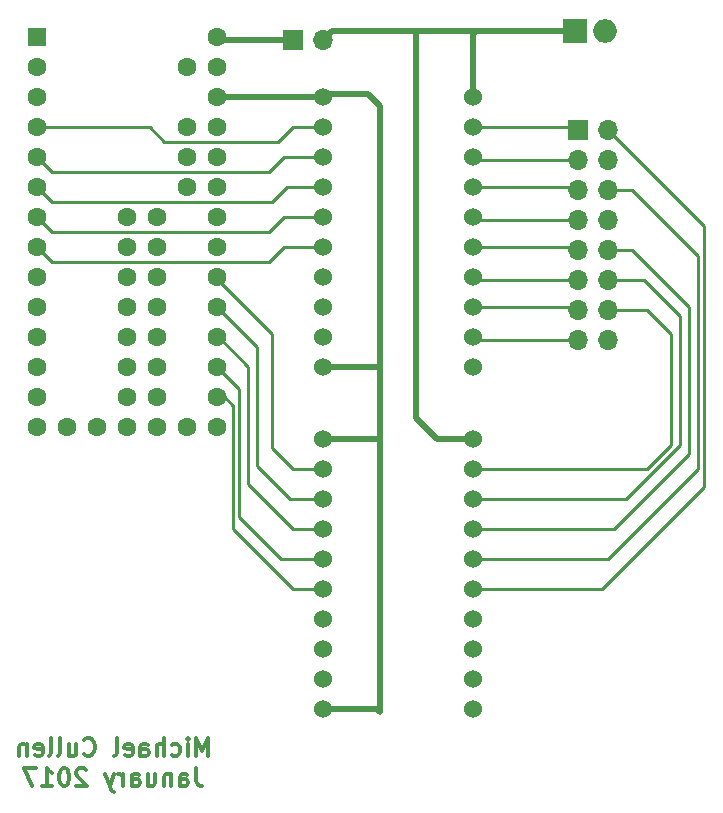
<source format=gbl>
G04 #@! TF.FileFunction,Copper,L2,Bot,Signal*
%FSLAX46Y46*%
G04 Gerber Fmt 4.6, Leading zero omitted, Abs format (unit mm)*
G04 Created by KiCad (PCBNEW 4.0.5) date Saturday, 14 January 2017 'PMt' 15:43:45*
%MOMM*%
%LPD*%
G01*
G04 APERTURE LIST*
%ADD10C,0.100000*%
%ADD11C,0.300000*%
%ADD12O,1.998980X1.998980*%
%ADD13R,1.998980X1.998980*%
%ADD14R,1.700000X1.700000*%
%ADD15O,1.700000X1.700000*%
%ADD16C,1.600000*%
%ADD17R,1.600000X1.600000*%
%ADD18C,1.524000*%
%ADD19C,0.500000*%
%ADD20C,0.250000*%
G04 APERTURE END LIST*
D10*
D11*
X124839999Y-139357571D02*
X124839999Y-137857571D01*
X124339999Y-138929000D01*
X123839999Y-137857571D01*
X123839999Y-139357571D01*
X123125713Y-139357571D02*
X123125713Y-138357571D01*
X123125713Y-137857571D02*
X123197142Y-137929000D01*
X123125713Y-138000429D01*
X123054285Y-137929000D01*
X123125713Y-137857571D01*
X123125713Y-138000429D01*
X121768570Y-139286143D02*
X121911427Y-139357571D01*
X122197141Y-139357571D01*
X122339999Y-139286143D01*
X122411427Y-139214714D01*
X122482856Y-139071857D01*
X122482856Y-138643286D01*
X122411427Y-138500429D01*
X122339999Y-138429000D01*
X122197141Y-138357571D01*
X121911427Y-138357571D01*
X121768570Y-138429000D01*
X121125713Y-139357571D02*
X121125713Y-137857571D01*
X120482856Y-139357571D02*
X120482856Y-138571857D01*
X120554285Y-138429000D01*
X120697142Y-138357571D01*
X120911427Y-138357571D01*
X121054285Y-138429000D01*
X121125713Y-138500429D01*
X119125713Y-139357571D02*
X119125713Y-138571857D01*
X119197142Y-138429000D01*
X119339999Y-138357571D01*
X119625713Y-138357571D01*
X119768570Y-138429000D01*
X119125713Y-139286143D02*
X119268570Y-139357571D01*
X119625713Y-139357571D01*
X119768570Y-139286143D01*
X119839999Y-139143286D01*
X119839999Y-139000429D01*
X119768570Y-138857571D01*
X119625713Y-138786143D01*
X119268570Y-138786143D01*
X119125713Y-138714714D01*
X117839999Y-139286143D02*
X117982856Y-139357571D01*
X118268570Y-139357571D01*
X118411427Y-139286143D01*
X118482856Y-139143286D01*
X118482856Y-138571857D01*
X118411427Y-138429000D01*
X118268570Y-138357571D01*
X117982856Y-138357571D01*
X117839999Y-138429000D01*
X117768570Y-138571857D01*
X117768570Y-138714714D01*
X118482856Y-138857571D01*
X116911427Y-139357571D02*
X117054285Y-139286143D01*
X117125713Y-139143286D01*
X117125713Y-137857571D01*
X114339999Y-139214714D02*
X114411428Y-139286143D01*
X114625714Y-139357571D01*
X114768571Y-139357571D01*
X114982856Y-139286143D01*
X115125714Y-139143286D01*
X115197142Y-139000429D01*
X115268571Y-138714714D01*
X115268571Y-138500429D01*
X115197142Y-138214714D01*
X115125714Y-138071857D01*
X114982856Y-137929000D01*
X114768571Y-137857571D01*
X114625714Y-137857571D01*
X114411428Y-137929000D01*
X114339999Y-138000429D01*
X113054285Y-138357571D02*
X113054285Y-139357571D01*
X113697142Y-138357571D02*
X113697142Y-139143286D01*
X113625714Y-139286143D01*
X113482856Y-139357571D01*
X113268571Y-139357571D01*
X113125714Y-139286143D01*
X113054285Y-139214714D01*
X112125713Y-139357571D02*
X112268571Y-139286143D01*
X112339999Y-139143286D01*
X112339999Y-137857571D01*
X111339999Y-139357571D02*
X111482857Y-139286143D01*
X111554285Y-139143286D01*
X111554285Y-137857571D01*
X110197143Y-139286143D02*
X110340000Y-139357571D01*
X110625714Y-139357571D01*
X110768571Y-139286143D01*
X110840000Y-139143286D01*
X110840000Y-138571857D01*
X110768571Y-138429000D01*
X110625714Y-138357571D01*
X110340000Y-138357571D01*
X110197143Y-138429000D01*
X110125714Y-138571857D01*
X110125714Y-138714714D01*
X110840000Y-138857571D01*
X109482857Y-138357571D02*
X109482857Y-139357571D01*
X109482857Y-138500429D02*
X109411429Y-138429000D01*
X109268571Y-138357571D01*
X109054286Y-138357571D01*
X108911429Y-138429000D01*
X108840000Y-138571857D01*
X108840000Y-139357571D01*
X123804285Y-140407571D02*
X123804285Y-141479000D01*
X123875713Y-141693286D01*
X124018570Y-141836143D01*
X124232856Y-141907571D01*
X124375713Y-141907571D01*
X122447142Y-141907571D02*
X122447142Y-141121857D01*
X122518571Y-140979000D01*
X122661428Y-140907571D01*
X122947142Y-140907571D01*
X123089999Y-140979000D01*
X122447142Y-141836143D02*
X122589999Y-141907571D01*
X122947142Y-141907571D01*
X123089999Y-141836143D01*
X123161428Y-141693286D01*
X123161428Y-141550429D01*
X123089999Y-141407571D01*
X122947142Y-141336143D01*
X122589999Y-141336143D01*
X122447142Y-141264714D01*
X121732856Y-140907571D02*
X121732856Y-141907571D01*
X121732856Y-141050429D02*
X121661428Y-140979000D01*
X121518570Y-140907571D01*
X121304285Y-140907571D01*
X121161428Y-140979000D01*
X121089999Y-141121857D01*
X121089999Y-141907571D01*
X119732856Y-140907571D02*
X119732856Y-141907571D01*
X120375713Y-140907571D02*
X120375713Y-141693286D01*
X120304285Y-141836143D01*
X120161427Y-141907571D01*
X119947142Y-141907571D01*
X119804285Y-141836143D01*
X119732856Y-141764714D01*
X118375713Y-141907571D02*
X118375713Y-141121857D01*
X118447142Y-140979000D01*
X118589999Y-140907571D01*
X118875713Y-140907571D01*
X119018570Y-140979000D01*
X118375713Y-141836143D02*
X118518570Y-141907571D01*
X118875713Y-141907571D01*
X119018570Y-141836143D01*
X119089999Y-141693286D01*
X119089999Y-141550429D01*
X119018570Y-141407571D01*
X118875713Y-141336143D01*
X118518570Y-141336143D01*
X118375713Y-141264714D01*
X117661427Y-141907571D02*
X117661427Y-140907571D01*
X117661427Y-141193286D02*
X117589999Y-141050429D01*
X117518570Y-140979000D01*
X117375713Y-140907571D01*
X117232856Y-140907571D01*
X116875713Y-140907571D02*
X116518570Y-141907571D01*
X116161428Y-140907571D02*
X116518570Y-141907571D01*
X116661428Y-142264714D01*
X116732856Y-142336143D01*
X116875713Y-142407571D01*
X114518571Y-140550429D02*
X114447142Y-140479000D01*
X114304285Y-140407571D01*
X113947142Y-140407571D01*
X113804285Y-140479000D01*
X113732856Y-140550429D01*
X113661428Y-140693286D01*
X113661428Y-140836143D01*
X113732856Y-141050429D01*
X114589999Y-141907571D01*
X113661428Y-141907571D01*
X112732857Y-140407571D02*
X112590000Y-140407571D01*
X112447143Y-140479000D01*
X112375714Y-140550429D01*
X112304285Y-140693286D01*
X112232857Y-140979000D01*
X112232857Y-141336143D01*
X112304285Y-141621857D01*
X112375714Y-141764714D01*
X112447143Y-141836143D01*
X112590000Y-141907571D01*
X112732857Y-141907571D01*
X112875714Y-141836143D01*
X112947143Y-141764714D01*
X113018571Y-141621857D01*
X113090000Y-141336143D01*
X113090000Y-140979000D01*
X113018571Y-140693286D01*
X112947143Y-140550429D01*
X112875714Y-140479000D01*
X112732857Y-140407571D01*
X110804286Y-141907571D02*
X111661429Y-141907571D01*
X111232857Y-141907571D02*
X111232857Y-140407571D01*
X111375714Y-140621857D01*
X111518572Y-140764714D01*
X111661429Y-140836143D01*
X110304286Y-140407571D02*
X109304286Y-140407571D01*
X109947143Y-141907571D01*
D12*
X158496000Y-77978000D03*
D13*
X155956000Y-77978000D03*
D14*
X132080000Y-78740000D03*
D15*
X134620000Y-78740000D03*
D14*
X156210000Y-86360000D03*
D15*
X158750000Y-86360000D03*
X156210000Y-88900000D03*
X158750000Y-88900000D03*
X156210000Y-91440000D03*
X158750000Y-91440000D03*
X156210000Y-93980000D03*
X158750000Y-93980000D03*
X156210000Y-96520000D03*
X158750000Y-96520000D03*
X156210000Y-99060000D03*
X158750000Y-99060000D03*
X156210000Y-101600000D03*
X158750000Y-101600000D03*
X156210000Y-104140000D03*
X158750000Y-104140000D03*
D16*
X118000000Y-111510000D03*
X120540000Y-111510000D03*
X123080000Y-111510000D03*
X125620000Y-111510000D03*
X115460000Y-111510000D03*
X112920000Y-111510000D03*
X110380000Y-111510000D03*
X125620000Y-108970000D03*
X125620000Y-106430000D03*
X125620000Y-103890000D03*
X125620000Y-101350000D03*
X125620000Y-98810000D03*
X125620000Y-96270000D03*
X125620000Y-93730000D03*
X125620000Y-91190000D03*
X125620000Y-88650000D03*
X125620000Y-86110000D03*
X125620000Y-83570000D03*
X125620000Y-81030000D03*
X125620000Y-78490000D03*
X123080000Y-81030000D03*
X123080000Y-86110000D03*
X123080000Y-88650000D03*
X123080000Y-91190000D03*
X110380000Y-108970000D03*
X110380000Y-106430000D03*
X110380000Y-103890000D03*
X110380000Y-101350000D03*
X110380000Y-98810000D03*
X110380000Y-96270000D03*
X110380000Y-93730000D03*
X110380000Y-91190000D03*
X110380000Y-88650000D03*
X110380000Y-86110000D03*
X110380000Y-83570000D03*
X110380000Y-81030000D03*
D17*
X110380000Y-78490000D03*
D16*
X118000000Y-93730000D03*
X118000000Y-96270000D03*
X118000000Y-98810000D03*
X118000000Y-101350000D03*
X118000000Y-103890000D03*
X118000000Y-106430000D03*
X118000000Y-108970000D03*
X120540000Y-108970000D03*
X120540000Y-106430000D03*
X120540000Y-103890000D03*
X120540000Y-101350000D03*
X120540000Y-98810000D03*
X120540000Y-96270000D03*
X120540000Y-93730000D03*
D18*
X147320000Y-112522000D03*
X147320000Y-115062000D03*
X147320000Y-117602000D03*
X147320000Y-120142000D03*
X147320000Y-122682000D03*
X147320000Y-125222000D03*
X147320000Y-127762000D03*
X147320000Y-130302000D03*
X147320000Y-132842000D03*
X147320000Y-135382000D03*
X134620000Y-112522000D03*
X134620000Y-115062000D03*
X134620000Y-117602000D03*
X134620000Y-120142000D03*
X134620000Y-122682000D03*
X134620000Y-125222000D03*
X134620000Y-127762000D03*
X134620000Y-130302000D03*
X134620000Y-132842000D03*
X134620000Y-135382000D03*
X147320000Y-83566000D03*
X147320000Y-86106000D03*
X147320000Y-88646000D03*
X147320000Y-91186000D03*
X147320000Y-93726000D03*
X147320000Y-96266000D03*
X147320000Y-98806000D03*
X147320000Y-101346000D03*
X147320000Y-103886000D03*
X147320000Y-106426000D03*
X134620000Y-83566000D03*
X134620000Y-86106000D03*
X134620000Y-88646000D03*
X134620000Y-91186000D03*
X134620000Y-93726000D03*
X134620000Y-96266000D03*
X134620000Y-98806000D03*
X134620000Y-101346000D03*
X134620000Y-103886000D03*
X134620000Y-106426000D03*
D19*
X147320000Y-112522000D02*
X144272000Y-112522000D01*
X142494000Y-110744000D02*
X142494000Y-77978000D01*
X144272000Y-112522000D02*
X142494000Y-110744000D01*
X147320000Y-83566000D02*
X147320000Y-78232000D01*
X147320000Y-78232000D02*
X147574000Y-77978000D01*
X155956000Y-77978000D02*
X147574000Y-77978000D01*
X147574000Y-77978000D02*
X142494000Y-77978000D01*
X142494000Y-77978000D02*
X135382000Y-77978000D01*
X135382000Y-77978000D02*
X134620000Y-78740000D01*
X134620000Y-106426000D02*
X139446000Y-106426000D01*
X134620000Y-112522000D02*
X139446000Y-112522000D01*
X125620000Y-83570000D02*
X134616000Y-83570000D01*
X134616000Y-83570000D02*
X134874000Y-83312000D01*
X134874000Y-83312000D02*
X138430000Y-83312000D01*
X138430000Y-83312000D02*
X139446000Y-84328000D01*
X139446000Y-84328000D02*
X139446000Y-106426000D01*
X139446000Y-106426000D02*
X139446000Y-112522000D01*
X139446000Y-112522000D02*
X139446000Y-135636000D01*
X139446000Y-135636000D02*
X139192000Y-135382000D01*
X139192000Y-135382000D02*
X134620000Y-135382000D01*
X132080000Y-78740000D02*
X125870000Y-78740000D01*
X125870000Y-78740000D02*
X125620000Y-78490000D01*
D20*
X134620000Y-125222000D02*
X132080000Y-125222000D01*
X127000000Y-120142000D02*
X132080000Y-125222000D01*
X127000000Y-109728000D02*
X127000000Y-120142000D01*
X127000000Y-109728000D02*
X126242000Y-108970000D01*
X125620000Y-108970000D02*
X126242000Y-108970000D01*
X134620000Y-122682000D02*
X132080000Y-122682000D01*
X131064000Y-122682000D02*
X127508000Y-119126000D01*
X127508000Y-119126000D02*
X127508000Y-108318000D01*
X127508000Y-108318000D02*
X125620000Y-106430000D01*
X132080000Y-122682000D02*
X131064000Y-122682000D01*
X134620000Y-120142000D02*
X132080000Y-120142000D01*
X128270000Y-116332000D02*
X132080000Y-120142000D01*
X128270000Y-106426000D02*
X128270000Y-116332000D01*
X128270000Y-106426000D02*
X125734000Y-103890000D01*
X125620000Y-103890000D02*
X125734000Y-103890000D01*
X134620000Y-117602000D02*
X132080000Y-117602000D01*
X129032000Y-104762000D02*
X125620000Y-101350000D01*
X129032000Y-114808000D02*
X129032000Y-104762000D01*
X131826000Y-117602000D02*
X129032000Y-114808000D01*
X132080000Y-117602000D02*
X131826000Y-117602000D01*
X134620000Y-115062000D02*
X132080000Y-115062000D01*
X130302000Y-113284000D02*
X132080000Y-115062000D01*
X130302000Y-103632000D02*
X130302000Y-113284000D01*
X130302000Y-103632000D02*
X125620000Y-98950000D01*
X125620000Y-98810000D02*
X125620000Y-98950000D01*
X134620000Y-96266000D02*
X132334000Y-96266000D01*
X111646000Y-97536000D02*
X110380000Y-96270000D01*
X130048000Y-97536000D02*
X111646000Y-97536000D01*
X131318000Y-96266000D02*
X130048000Y-97536000D01*
X132080000Y-96266000D02*
X131318000Y-96266000D01*
X132334000Y-96266000D02*
X132080000Y-96266000D01*
X134620000Y-93726000D02*
X131826000Y-93726000D01*
X132080000Y-93726000D02*
X131826000Y-93726000D01*
X131826000Y-93726000D02*
X131318000Y-93726000D01*
X131318000Y-93726000D02*
X130048000Y-94996000D01*
X130048000Y-94996000D02*
X111646000Y-94996000D01*
X111646000Y-94996000D02*
X110380000Y-93730000D01*
X134620000Y-91186000D02*
X131572000Y-91186000D01*
X111646000Y-92456000D02*
X110380000Y-91190000D01*
X130302000Y-92456000D02*
X111646000Y-92456000D01*
X131572000Y-91186000D02*
X130302000Y-92456000D01*
X134620000Y-88646000D02*
X131318000Y-88646000D01*
X132080000Y-88646000D02*
X131318000Y-88646000D01*
X131318000Y-88646000D02*
X130048000Y-89916000D01*
X130048000Y-89916000D02*
X111646000Y-89916000D01*
X111646000Y-89916000D02*
X110380000Y-88650000D01*
X134620000Y-86106000D02*
X132080000Y-86106000D01*
X119892000Y-86110000D02*
X121158000Y-87376000D01*
X121158000Y-87376000D02*
X130810000Y-87376000D01*
X130810000Y-87376000D02*
X132080000Y-86106000D01*
X119892000Y-86110000D02*
X110380000Y-86110000D01*
X147320000Y-86106000D02*
X155956000Y-86106000D01*
X155956000Y-86106000D02*
X156210000Y-86360000D01*
X156210000Y-88900000D02*
X147574000Y-88900000D01*
X147574000Y-88900000D02*
X147320000Y-88646000D01*
X147320000Y-91186000D02*
X155956000Y-91186000D01*
X155956000Y-91186000D02*
X156210000Y-91440000D01*
X156210000Y-93980000D02*
X147574000Y-93980000D01*
X147574000Y-93980000D02*
X147320000Y-93726000D01*
X147320000Y-96266000D02*
X155956000Y-96266000D01*
X155956000Y-96266000D02*
X156210000Y-96520000D01*
X156210000Y-99060000D02*
X147574000Y-99060000D01*
X147574000Y-99060000D02*
X147320000Y-98806000D01*
X147320000Y-101346000D02*
X155956000Y-101346000D01*
X155956000Y-101346000D02*
X156210000Y-101600000D01*
X156210000Y-104140000D02*
X147574000Y-104140000D01*
X147574000Y-104140000D02*
X147320000Y-103886000D01*
X147320000Y-115062000D02*
X162052000Y-115062000D01*
X162052000Y-101600000D02*
X158750000Y-101600000D01*
X164084000Y-103632000D02*
X162052000Y-101600000D01*
X164084000Y-113030000D02*
X164084000Y-103632000D01*
X162052000Y-115062000D02*
X164084000Y-113030000D01*
X147320000Y-117602000D02*
X160274000Y-117602000D01*
X161798000Y-99060000D02*
X158750000Y-99060000D01*
X164846000Y-102108000D02*
X161798000Y-99060000D01*
X164846000Y-113030000D02*
X164846000Y-102108000D01*
X160274000Y-117602000D02*
X164846000Y-113030000D01*
X147320000Y-120142000D02*
X159258000Y-120142000D01*
X160782000Y-96520000D02*
X158750000Y-96520000D01*
X165608000Y-101346000D02*
X160782000Y-96520000D01*
X165608000Y-113792000D02*
X165608000Y-101346000D01*
X159258000Y-120142000D02*
X165608000Y-113792000D01*
X158750000Y-91440000D02*
X160782000Y-91440000D01*
X158750000Y-122682000D02*
X147320000Y-122682000D01*
X166370000Y-115062000D02*
X158750000Y-122682000D01*
X166370000Y-97028000D02*
X166370000Y-115062000D01*
X160782000Y-91440000D02*
X166370000Y-97028000D01*
X147320000Y-125222000D02*
X158242000Y-125222000D01*
X166878000Y-94488000D02*
X158750000Y-86360000D01*
X166878000Y-116586000D02*
X166878000Y-94488000D01*
X158242000Y-125222000D02*
X166878000Y-116586000D01*
M02*

</source>
